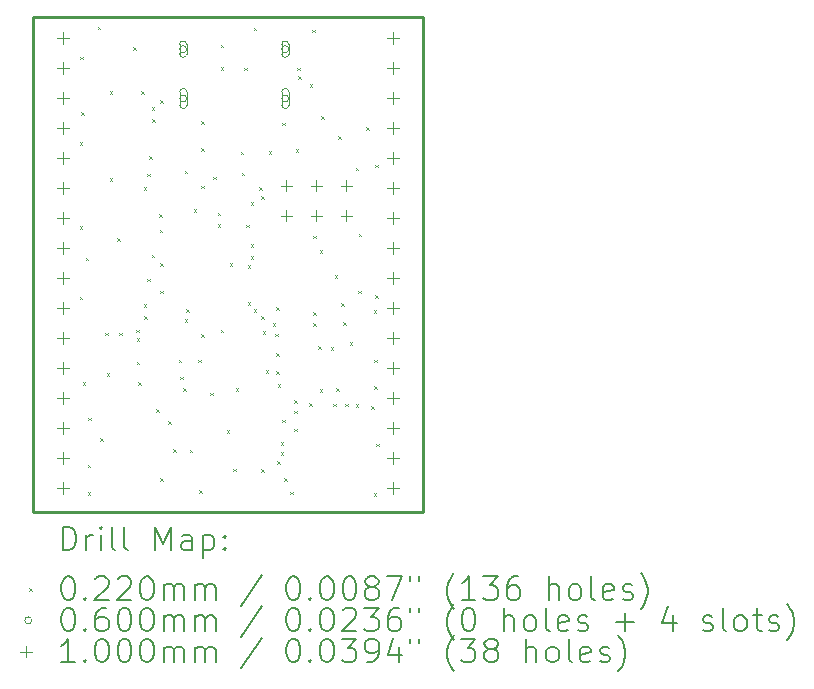
<source format=gbr>
%TF.GenerationSoftware,KiCad,Pcbnew,9.0.4*%
%TF.CreationDate,2025-09-11T17:12:07+01:00*%
%TF.ProjectId,OE PyBoard,4f452050-7942-46f6-9172-642e6b696361,rev?*%
%TF.SameCoordinates,Original*%
%TF.FileFunction,Drillmap*%
%TF.FilePolarity,Positive*%
%FSLAX45Y45*%
G04 Gerber Fmt 4.5, Leading zero omitted, Abs format (unit mm)*
G04 Created by KiCad (PCBNEW 9.0.4) date 2025-09-11 17:12:07*
%MOMM*%
%LPD*%
G01*
G04 APERTURE LIST*
%ADD10C,0.230000*%
%ADD11C,0.200000*%
%ADD12C,0.100000*%
G04 APERTURE END LIST*
D10*
X12573000Y-9423200D02*
X15875000Y-9423200D01*
X15875000Y-13614200D01*
X12573000Y-13614200D01*
X12573000Y-9423200D01*
D11*
D12*
X12968400Y-10479200D02*
X12990400Y-10501200D01*
X12990400Y-10479200D02*
X12968400Y-10501200D01*
X12968400Y-11190400D02*
X12990400Y-11212400D01*
X12990400Y-11190400D02*
X12968400Y-11212400D01*
X12968400Y-11787300D02*
X12990400Y-11809300D01*
X12990400Y-11787300D02*
X12968400Y-11809300D01*
X12973480Y-9757840D02*
X12995480Y-9779840D01*
X12995480Y-9757840D02*
X12973480Y-9779840D01*
X12981100Y-10225200D02*
X13003100Y-10247200D01*
X13003100Y-10225200D02*
X12981100Y-10247200D01*
X12993800Y-12514000D02*
X13015800Y-12536000D01*
X13015800Y-12514000D02*
X12993800Y-12536000D01*
X13019200Y-11457100D02*
X13041200Y-11479100D01*
X13041200Y-11457100D02*
X13019200Y-11479100D01*
X13034440Y-13212240D02*
X13056440Y-13234240D01*
X13056440Y-13212240D02*
X13034440Y-13234240D01*
X13034440Y-13445920D02*
X13056440Y-13467920D01*
X13056440Y-13445920D02*
X13034440Y-13467920D01*
X13039000Y-12814000D02*
X13061000Y-12836000D01*
X13061000Y-12814000D02*
X13039000Y-12836000D01*
X13120800Y-9501300D02*
X13142800Y-9523300D01*
X13142800Y-9501300D02*
X13120800Y-9523300D01*
X13139000Y-12989000D02*
X13161000Y-13011000D01*
X13161000Y-12989000D02*
X13139000Y-13011000D01*
X13185051Y-12095297D02*
X13207051Y-12117297D01*
X13207051Y-12095297D02*
X13185051Y-12117297D01*
X13195955Y-12434800D02*
X13217955Y-12456800D01*
X13217955Y-12434800D02*
X13195955Y-12456800D01*
X13222400Y-10047400D02*
X13244400Y-10069400D01*
X13244400Y-10047400D02*
X13222400Y-10069400D01*
X13222400Y-10784000D02*
X13244400Y-10806000D01*
X13244400Y-10784000D02*
X13222400Y-10806000D01*
X13285900Y-11292000D02*
X13307900Y-11314000D01*
X13307900Y-11292000D02*
X13285900Y-11314000D01*
X13302943Y-12095157D02*
X13324943Y-12117157D01*
X13324943Y-12095157D02*
X13302943Y-12117157D01*
X13420520Y-9676560D02*
X13442520Y-9698560D01*
X13442520Y-9676560D02*
X13420520Y-9698560D01*
X13446000Y-12067867D02*
X13468000Y-12089867D01*
X13468000Y-12067867D02*
X13446000Y-12089867D01*
X13451000Y-12142700D02*
X13473000Y-12164700D01*
X13473000Y-12142700D02*
X13451000Y-12164700D01*
X13451000Y-12339700D02*
X13473000Y-12361700D01*
X13473000Y-12339700D02*
X13451000Y-12361700D01*
X13463700Y-12511200D02*
X13485700Y-12533200D01*
X13485700Y-12511200D02*
X13463700Y-12533200D01*
X13489100Y-10047400D02*
X13511100Y-10069400D01*
X13511100Y-10047400D02*
X13489100Y-10069400D01*
X13508983Y-10860200D02*
X13530983Y-10882200D01*
X13530983Y-10860200D02*
X13508983Y-10882200D01*
X13508983Y-11850600D02*
X13530983Y-11872600D01*
X13530983Y-11850600D02*
X13508983Y-11872600D01*
X13514500Y-11952400D02*
X13536500Y-11974400D01*
X13536500Y-11952400D02*
X13514500Y-11974400D01*
X13539900Y-10745900D02*
X13561900Y-10767900D01*
X13561900Y-10745900D02*
X13539900Y-10767900D01*
X13539900Y-11634900D02*
X13561900Y-11656900D01*
X13561900Y-11634900D02*
X13539900Y-11656900D01*
X13556800Y-10597500D02*
X13578800Y-10619500D01*
X13578800Y-10597500D02*
X13556800Y-10619500D01*
X13578000Y-10183911D02*
X13600000Y-10205911D01*
X13600000Y-10183911D02*
X13578000Y-10205911D01*
X13578000Y-11431700D02*
X13600000Y-11453700D01*
X13600000Y-11431700D02*
X13578000Y-11453700D01*
X13582980Y-10287007D02*
X13604980Y-10309007D01*
X13604980Y-10287007D02*
X13582980Y-10309007D01*
X13616100Y-12739600D02*
X13638100Y-12761600D01*
X13638100Y-12739600D02*
X13616100Y-12761600D01*
X13639000Y-11089000D02*
X13661000Y-11111000D01*
X13661000Y-11089000D02*
X13639000Y-11111000D01*
X13643872Y-11220272D02*
X13665872Y-11242272D01*
X13665872Y-11220272D02*
X13643872Y-11242272D01*
X13647850Y-11507700D02*
X13669850Y-11529700D01*
X13669850Y-11507700D02*
X13647850Y-11529700D01*
X13647850Y-11736500D02*
X13669850Y-11758500D01*
X13669850Y-11736500D02*
X13647850Y-11758500D01*
X13648302Y-10125411D02*
X13670302Y-10147411D01*
X13670302Y-10125411D02*
X13648302Y-10147411D01*
X13649120Y-13323800D02*
X13671120Y-13345800D01*
X13671120Y-13323800D02*
X13649120Y-13345800D01*
X13717700Y-12841200D02*
X13739700Y-12863200D01*
X13739700Y-12841200D02*
X13717700Y-12863200D01*
X13760880Y-13080160D02*
X13782880Y-13102160D01*
X13782880Y-13080160D02*
X13760880Y-13102160D01*
X13806600Y-12320700D02*
X13828600Y-12342700D01*
X13828600Y-12320700D02*
X13806600Y-12342700D01*
X13816760Y-12467802D02*
X13838760Y-12489802D01*
X13838760Y-12467802D02*
X13816760Y-12489802D01*
X13844700Y-12562000D02*
X13866700Y-12584000D01*
X13866700Y-12562000D02*
X13844700Y-12584000D01*
X13857400Y-10720500D02*
X13879400Y-10742500D01*
X13879400Y-10720500D02*
X13857400Y-10742500D01*
X13857400Y-11977800D02*
X13879400Y-11999800D01*
X13879400Y-11977800D02*
X13857400Y-11999800D01*
X13867000Y-11893900D02*
X13889000Y-11915900D01*
X13889000Y-11893900D02*
X13867000Y-11915900D01*
X13896780Y-13083066D02*
X13918780Y-13105066D01*
X13918780Y-13083066D02*
X13896780Y-13105066D01*
X13932000Y-11046080D02*
X13954000Y-11068080D01*
X13954000Y-11046080D02*
X13932000Y-11068080D01*
X13971700Y-12320700D02*
X13993700Y-12342700D01*
X13993700Y-12320700D02*
X13971700Y-12342700D01*
X13979320Y-13425600D02*
X14001320Y-13447600D01*
X14001320Y-13425600D02*
X13979320Y-13447600D01*
X13997100Y-10301400D02*
X14019100Y-10323400D01*
X14019100Y-10301400D02*
X13997100Y-10323400D01*
X13997100Y-10530000D02*
X14019100Y-10552000D01*
X14019100Y-10530000D02*
X13997100Y-10552000D01*
X13997100Y-10847500D02*
X14019100Y-10869500D01*
X14019100Y-10847500D02*
X13997100Y-10869500D01*
X13997100Y-12104800D02*
X14019100Y-12126800D01*
X14019100Y-12104800D02*
X13997100Y-12126800D01*
X14073300Y-12600100D02*
X14095300Y-12622100D01*
X14095300Y-12600100D02*
X14073300Y-12622100D01*
X14098700Y-10771300D02*
X14120700Y-10793300D01*
X14120700Y-10771300D02*
X14098700Y-10793300D01*
X14136800Y-11076100D02*
X14158800Y-11098100D01*
X14158800Y-11076100D02*
X14136800Y-11098100D01*
X14136800Y-11177500D02*
X14158800Y-11199500D01*
X14158800Y-11177500D02*
X14136800Y-11199500D01*
X14162200Y-9653700D02*
X14184200Y-9675700D01*
X14184200Y-9653700D02*
X14162200Y-9675700D01*
X14162200Y-9844200D02*
X14184200Y-9866200D01*
X14184200Y-9844200D02*
X14162200Y-9866200D01*
X14162200Y-12066700D02*
X14184200Y-12088700D01*
X14184200Y-12066700D02*
X14162200Y-12088700D01*
X14213000Y-12917400D02*
X14235000Y-12939400D01*
X14235000Y-12917400D02*
X14213000Y-12939400D01*
X14238400Y-11507700D02*
X14260400Y-11529700D01*
X14260400Y-11507700D02*
X14238400Y-11529700D01*
X14268880Y-13244978D02*
X14290880Y-13266978D01*
X14290880Y-13244978D02*
X14268880Y-13266978D01*
X14289200Y-12562000D02*
X14311200Y-12584000D01*
X14311200Y-12562000D02*
X14289200Y-12584000D01*
X14329840Y-10560480D02*
X14351840Y-10582480D01*
X14351840Y-10560480D02*
X14329840Y-10582480D01*
X14338945Y-10739000D02*
X14360945Y-10761000D01*
X14360945Y-10739000D02*
X14338945Y-10761000D01*
X14360320Y-9849280D02*
X14382320Y-9871280D01*
X14382320Y-9849280D02*
X14360320Y-9871280D01*
X14378100Y-11177700D02*
X14400100Y-11199700D01*
X14400100Y-11177700D02*
X14378100Y-11199700D01*
X14390800Y-11520400D02*
X14412800Y-11542400D01*
X14412800Y-11520400D02*
X14390800Y-11542400D01*
X14390800Y-11837900D02*
X14412800Y-11859900D01*
X14412800Y-11837900D02*
X14390800Y-11859900D01*
X14416200Y-10987000D02*
X14438200Y-11009000D01*
X14438200Y-10987000D02*
X14416200Y-11009000D01*
X14416200Y-11342600D02*
X14438200Y-11364600D01*
X14438200Y-11342600D02*
X14416200Y-11364600D01*
X14416200Y-11444200D02*
X14438200Y-11466200D01*
X14438200Y-11444200D02*
X14416200Y-11466200D01*
X14440058Y-9512545D02*
X14462058Y-9534545D01*
X14462058Y-9512545D02*
X14440058Y-9534545D01*
X14441962Y-11893900D02*
X14463962Y-11915900D01*
X14463962Y-11893900D02*
X14441962Y-11915900D01*
X14486464Y-10860038D02*
X14508464Y-10882038D01*
X14508464Y-10860038D02*
X14486464Y-10882038D01*
X14505100Y-10936400D02*
X14527100Y-10958400D01*
X14527100Y-10936400D02*
X14505100Y-10958400D01*
X14505100Y-11952400D02*
X14527100Y-11974400D01*
X14527100Y-11952400D02*
X14505100Y-11974400D01*
X14505100Y-13247800D02*
X14527100Y-13269800D01*
X14527100Y-13247800D02*
X14505100Y-13269800D01*
X14517800Y-12079400D02*
X14539800Y-12101400D01*
X14539800Y-12079400D02*
X14517800Y-12101400D01*
X14543200Y-12409600D02*
X14565200Y-12431600D01*
X14565200Y-12409600D02*
X14543200Y-12431600D01*
X14568600Y-10555400D02*
X14590600Y-10577400D01*
X14590600Y-10555400D02*
X14568600Y-10577400D01*
X14601500Y-12015700D02*
X14623500Y-12037700D01*
X14623500Y-12015700D02*
X14601500Y-12037700D01*
X14622575Y-12101425D02*
X14644575Y-12123425D01*
X14644575Y-12101425D02*
X14622575Y-12123425D01*
X14632100Y-11876200D02*
X14654100Y-11898200D01*
X14654100Y-11876200D02*
X14632100Y-11898200D01*
X14632100Y-12269700D02*
X14654100Y-12291700D01*
X14654100Y-12269700D02*
X14632100Y-12291700D01*
X14632100Y-12422100D02*
X14654100Y-12444100D01*
X14654100Y-12422100D02*
X14632100Y-12444100D01*
X14639948Y-13179248D02*
X14661948Y-13201248D01*
X14661948Y-13179248D02*
X14639948Y-13201248D01*
X14644800Y-12531453D02*
X14666800Y-12553453D01*
X14666800Y-12531453D02*
X14644800Y-12553453D01*
X14670200Y-13019000D02*
X14692200Y-13041000D01*
X14692200Y-13019000D02*
X14670200Y-13041000D01*
X14670200Y-13107900D02*
X14692200Y-13129900D01*
X14692200Y-13107900D02*
X14670200Y-13129900D01*
X14682900Y-10314100D02*
X14704900Y-10336100D01*
X14704900Y-10314100D02*
X14682900Y-10336100D01*
X14682900Y-12828700D02*
X14704900Y-12850700D01*
X14704900Y-12828700D02*
X14682900Y-12850700D01*
X14696900Y-13325100D02*
X14718900Y-13347100D01*
X14718900Y-13325100D02*
X14696900Y-13347100D01*
X14751480Y-13440840D02*
X14773480Y-13462840D01*
X14773480Y-13440840D02*
X14751480Y-13462840D01*
X14784500Y-12663600D02*
X14806500Y-12685600D01*
X14806500Y-12663600D02*
X14784500Y-12685600D01*
X14784500Y-12752500D02*
X14806500Y-12774500D01*
X14806500Y-12752500D02*
X14784500Y-12774500D01*
X14784500Y-12904900D02*
X14806500Y-12926900D01*
X14806500Y-12904900D02*
X14784500Y-12926900D01*
X14797200Y-10539900D02*
X14819200Y-10561900D01*
X14819200Y-10539900D02*
X14797200Y-10561900D01*
X14810974Y-9850549D02*
X14832974Y-9872549D01*
X14832974Y-9850549D02*
X14810974Y-9872549D01*
X14819307Y-9922404D02*
X14841307Y-9944404D01*
X14841307Y-9922404D02*
X14819307Y-9944404D01*
X14911500Y-12689000D02*
X14933500Y-12711000D01*
X14933500Y-12689000D02*
X14911500Y-12711000D01*
X14914000Y-9989000D02*
X14936000Y-10011000D01*
X14936000Y-9989000D02*
X14914000Y-10011000D01*
X14934360Y-9529240D02*
X14956360Y-9551240D01*
X14956360Y-9529240D02*
X14934360Y-9551240D01*
X14941788Y-12011872D02*
X14963788Y-12033872D01*
X14963788Y-12011872D02*
X14941788Y-12033872D01*
X14944323Y-11272999D02*
X14966323Y-11294999D01*
X14966323Y-11272999D02*
X14944323Y-11294999D01*
X14945996Y-11921049D02*
X14967996Y-11943049D01*
X14967996Y-11921049D02*
X14945996Y-11943049D01*
X14987700Y-12206400D02*
X15009700Y-12228400D01*
X15009700Y-12206400D02*
X14987700Y-12228400D01*
X15000400Y-11393600D02*
X15022400Y-11415600D01*
X15022400Y-11393600D02*
X15000400Y-11415600D01*
X15000400Y-12574500D02*
X15022400Y-12596500D01*
X15022400Y-12574500D02*
X15000400Y-12596500D01*
X15010560Y-10260760D02*
X15032560Y-10282760D01*
X15032560Y-10260760D02*
X15010560Y-10282760D01*
X15091868Y-12215353D02*
X15113868Y-12237353D01*
X15113868Y-12215353D02*
X15091868Y-12237353D01*
X15114000Y-12696500D02*
X15136000Y-12718500D01*
X15136000Y-12696500D02*
X15114000Y-12718500D01*
X15127400Y-11606960D02*
X15149400Y-11628960D01*
X15149400Y-11606960D02*
X15127400Y-11628960D01*
X15140100Y-12562000D02*
X15162100Y-12584000D01*
X15162100Y-12562000D02*
X15140100Y-12584000D01*
X15153791Y-10431194D02*
X15175791Y-10453194D01*
X15175791Y-10431194D02*
X15153791Y-10453194D01*
X15183399Y-11843720D02*
X15205399Y-11865720D01*
X15205399Y-11843720D02*
X15183399Y-11865720D01*
X15198600Y-12003200D02*
X15220600Y-12025200D01*
X15220600Y-12003200D02*
X15198600Y-12025200D01*
X15216300Y-12696500D02*
X15238300Y-12718500D01*
X15238300Y-12696500D02*
X15216300Y-12718500D01*
X15253400Y-12175976D02*
X15275400Y-12197976D01*
X15275400Y-12175976D02*
X15253400Y-12197976D01*
X15303250Y-12699750D02*
X15325250Y-12721750D01*
X15325250Y-12699750D02*
X15303250Y-12721750D01*
X15305200Y-10695100D02*
X15327200Y-10717100D01*
X15327200Y-10695100D02*
X15305200Y-10717100D01*
X15324400Y-11739040D02*
X15346400Y-11761040D01*
X15346400Y-11739040D02*
X15324400Y-11761040D01*
X15330600Y-11253900D02*
X15352600Y-11275900D01*
X15352600Y-11253900D02*
X15330600Y-11275900D01*
X15391560Y-10352200D02*
X15413560Y-10374200D01*
X15413560Y-10352200D02*
X15391560Y-10374200D01*
X15437280Y-12714400D02*
X15459280Y-12736400D01*
X15459280Y-12714400D02*
X15437280Y-12736400D01*
X15457600Y-11901600D02*
X15479600Y-11923600D01*
X15479600Y-11901600D02*
X15457600Y-11923600D01*
X15457600Y-13451000D02*
X15479600Y-13473000D01*
X15479600Y-13451000D02*
X15457600Y-13473000D01*
X15462680Y-12323240D02*
X15484680Y-12345240D01*
X15484680Y-12323240D02*
X15462680Y-12345240D01*
X15462680Y-12546760D02*
X15484680Y-12568760D01*
X15484680Y-12546760D02*
X15462680Y-12568760D01*
X15469956Y-10669700D02*
X15491956Y-10691700D01*
X15491956Y-10669700D02*
X15469956Y-10691700D01*
X15470300Y-11774600D02*
X15492300Y-11796600D01*
X15492300Y-11774600D02*
X15470300Y-11796600D01*
X15477920Y-13034440D02*
X15499920Y-13056440D01*
X15499920Y-13034440D02*
X15477920Y-13056440D01*
X13872800Y-9693100D02*
G75*
G02*
X13812800Y-9693100I-30000J0D01*
G01*
X13812800Y-9693100D02*
G75*
G02*
X13872800Y-9693100I30000J0D01*
G01*
X13872800Y-9733100D02*
X13872800Y-9653100D01*
X13812800Y-9653100D02*
G75*
G02*
X13872800Y-9653100I30000J0D01*
G01*
X13812800Y-9653100D02*
X13812800Y-9733100D01*
X13812800Y-9733100D02*
G75*
G03*
X13872800Y-9733100I30000J0D01*
G01*
X13872800Y-10111100D02*
G75*
G02*
X13812800Y-10111100I-30000J0D01*
G01*
X13812800Y-10111100D02*
G75*
G02*
X13872800Y-10111100I30000J0D01*
G01*
X13872800Y-10166100D02*
X13872800Y-10056100D01*
X13812800Y-10056100D02*
G75*
G02*
X13872800Y-10056100I30000J0D01*
G01*
X13812800Y-10056100D02*
X13812800Y-10166100D01*
X13812800Y-10166100D02*
G75*
G03*
X13872800Y-10166100I30000J0D01*
G01*
X14736800Y-9693100D02*
G75*
G02*
X14676800Y-9693100I-30000J0D01*
G01*
X14676800Y-9693100D02*
G75*
G02*
X14736800Y-9693100I30000J0D01*
G01*
X14736800Y-9733100D02*
X14736800Y-9653100D01*
X14676800Y-9653100D02*
G75*
G02*
X14736800Y-9653100I30000J0D01*
G01*
X14676800Y-9653100D02*
X14676800Y-9733100D01*
X14676800Y-9733100D02*
G75*
G03*
X14736800Y-9733100I30000J0D01*
G01*
X14736800Y-10111100D02*
G75*
G02*
X14676800Y-10111100I-30000J0D01*
G01*
X14676800Y-10111100D02*
G75*
G02*
X14736800Y-10111100I30000J0D01*
G01*
X14736800Y-10166100D02*
X14736800Y-10056100D01*
X14676800Y-10056100D02*
G75*
G02*
X14736800Y-10056100I30000J0D01*
G01*
X14676800Y-10056100D02*
X14676800Y-10166100D01*
X14676800Y-10166100D02*
G75*
G03*
X14736800Y-10166100I30000J0D01*
G01*
X12827000Y-9551200D02*
X12827000Y-9651200D01*
X12777000Y-9601200D02*
X12877000Y-9601200D01*
X12827000Y-9805200D02*
X12827000Y-9905200D01*
X12777000Y-9855200D02*
X12877000Y-9855200D01*
X12827000Y-10059200D02*
X12827000Y-10159200D01*
X12777000Y-10109200D02*
X12877000Y-10109200D01*
X12827000Y-10313200D02*
X12827000Y-10413200D01*
X12777000Y-10363200D02*
X12877000Y-10363200D01*
X12827000Y-10567200D02*
X12827000Y-10667200D01*
X12777000Y-10617200D02*
X12877000Y-10617200D01*
X12827000Y-10821200D02*
X12827000Y-10921200D01*
X12777000Y-10871200D02*
X12877000Y-10871200D01*
X12827000Y-11075200D02*
X12827000Y-11175200D01*
X12777000Y-11125200D02*
X12877000Y-11125200D01*
X12827000Y-11329200D02*
X12827000Y-11429200D01*
X12777000Y-11379200D02*
X12877000Y-11379200D01*
X12827000Y-11583200D02*
X12827000Y-11683200D01*
X12777000Y-11633200D02*
X12877000Y-11633200D01*
X12827000Y-11837200D02*
X12827000Y-11937200D01*
X12777000Y-11887200D02*
X12877000Y-11887200D01*
X12827000Y-12091200D02*
X12827000Y-12191200D01*
X12777000Y-12141200D02*
X12877000Y-12141200D01*
X12827000Y-12345200D02*
X12827000Y-12445200D01*
X12777000Y-12395200D02*
X12877000Y-12395200D01*
X12827000Y-12599200D02*
X12827000Y-12699200D01*
X12777000Y-12649200D02*
X12877000Y-12649200D01*
X12827000Y-12853200D02*
X12827000Y-12953200D01*
X12777000Y-12903200D02*
X12877000Y-12903200D01*
X12827000Y-13107200D02*
X12827000Y-13207200D01*
X12777000Y-13157200D02*
X12877000Y-13157200D01*
X12827000Y-13361200D02*
X12827000Y-13461200D01*
X12777000Y-13411200D02*
X12877000Y-13411200D01*
X14717800Y-10797800D02*
X14717800Y-10897800D01*
X14667800Y-10847800D02*
X14767800Y-10847800D01*
X14717800Y-11051800D02*
X14717800Y-11151800D01*
X14667800Y-11101800D02*
X14767800Y-11101800D01*
X14971800Y-10797800D02*
X14971800Y-10897800D01*
X14921800Y-10847800D02*
X15021800Y-10847800D01*
X14971800Y-11051800D02*
X14971800Y-11151800D01*
X14921800Y-11101800D02*
X15021800Y-11101800D01*
X15225800Y-10797800D02*
X15225800Y-10897800D01*
X15175800Y-10847800D02*
X15275800Y-10847800D01*
X15225800Y-11051800D02*
X15225800Y-11151800D01*
X15175800Y-11101800D02*
X15275800Y-11101800D01*
X15621000Y-9551200D02*
X15621000Y-9651200D01*
X15571000Y-9601200D02*
X15671000Y-9601200D01*
X15621000Y-9805200D02*
X15621000Y-9905200D01*
X15571000Y-9855200D02*
X15671000Y-9855200D01*
X15621000Y-10059200D02*
X15621000Y-10159200D01*
X15571000Y-10109200D02*
X15671000Y-10109200D01*
X15621000Y-10313200D02*
X15621000Y-10413200D01*
X15571000Y-10363200D02*
X15671000Y-10363200D01*
X15621000Y-10567200D02*
X15621000Y-10667200D01*
X15571000Y-10617200D02*
X15671000Y-10617200D01*
X15621000Y-10821200D02*
X15621000Y-10921200D01*
X15571000Y-10871200D02*
X15671000Y-10871200D01*
X15621000Y-11075200D02*
X15621000Y-11175200D01*
X15571000Y-11125200D02*
X15671000Y-11125200D01*
X15621000Y-11329200D02*
X15621000Y-11429200D01*
X15571000Y-11379200D02*
X15671000Y-11379200D01*
X15621000Y-11583200D02*
X15621000Y-11683200D01*
X15571000Y-11633200D02*
X15671000Y-11633200D01*
X15621000Y-11837200D02*
X15621000Y-11937200D01*
X15571000Y-11887200D02*
X15671000Y-11887200D01*
X15621000Y-12091200D02*
X15621000Y-12191200D01*
X15571000Y-12141200D02*
X15671000Y-12141200D01*
X15621000Y-12345200D02*
X15621000Y-12445200D01*
X15571000Y-12395200D02*
X15671000Y-12395200D01*
X15621000Y-12599200D02*
X15621000Y-12699200D01*
X15571000Y-12649200D02*
X15671000Y-12649200D01*
X15621000Y-12853200D02*
X15621000Y-12953200D01*
X15571000Y-12903200D02*
X15671000Y-12903200D01*
X15621000Y-13107200D02*
X15621000Y-13207200D01*
X15571000Y-13157200D02*
X15671000Y-13157200D01*
X15621000Y-13361200D02*
X15621000Y-13461200D01*
X15571000Y-13411200D02*
X15671000Y-13411200D01*
D11*
X12822277Y-13937184D02*
X12822277Y-13737184D01*
X12822277Y-13737184D02*
X12869896Y-13737184D01*
X12869896Y-13737184D02*
X12898467Y-13746708D01*
X12898467Y-13746708D02*
X12917515Y-13765755D01*
X12917515Y-13765755D02*
X12927039Y-13784803D01*
X12927039Y-13784803D02*
X12936562Y-13822898D01*
X12936562Y-13822898D02*
X12936562Y-13851469D01*
X12936562Y-13851469D02*
X12927039Y-13889565D01*
X12927039Y-13889565D02*
X12917515Y-13908612D01*
X12917515Y-13908612D02*
X12898467Y-13927660D01*
X12898467Y-13927660D02*
X12869896Y-13937184D01*
X12869896Y-13937184D02*
X12822277Y-13937184D01*
X13022277Y-13937184D02*
X13022277Y-13803850D01*
X13022277Y-13841946D02*
X13031801Y-13822898D01*
X13031801Y-13822898D02*
X13041324Y-13813374D01*
X13041324Y-13813374D02*
X13060372Y-13803850D01*
X13060372Y-13803850D02*
X13079420Y-13803850D01*
X13146086Y-13937184D02*
X13146086Y-13803850D01*
X13146086Y-13737184D02*
X13136562Y-13746708D01*
X13136562Y-13746708D02*
X13146086Y-13756231D01*
X13146086Y-13756231D02*
X13155610Y-13746708D01*
X13155610Y-13746708D02*
X13146086Y-13737184D01*
X13146086Y-13737184D02*
X13146086Y-13756231D01*
X13269896Y-13937184D02*
X13250848Y-13927660D01*
X13250848Y-13927660D02*
X13241324Y-13908612D01*
X13241324Y-13908612D02*
X13241324Y-13737184D01*
X13374658Y-13937184D02*
X13355610Y-13927660D01*
X13355610Y-13927660D02*
X13346086Y-13908612D01*
X13346086Y-13908612D02*
X13346086Y-13737184D01*
X13603229Y-13937184D02*
X13603229Y-13737184D01*
X13603229Y-13737184D02*
X13669896Y-13880041D01*
X13669896Y-13880041D02*
X13736562Y-13737184D01*
X13736562Y-13737184D02*
X13736562Y-13937184D01*
X13917515Y-13937184D02*
X13917515Y-13832422D01*
X13917515Y-13832422D02*
X13907991Y-13813374D01*
X13907991Y-13813374D02*
X13888943Y-13803850D01*
X13888943Y-13803850D02*
X13850848Y-13803850D01*
X13850848Y-13803850D02*
X13831801Y-13813374D01*
X13917515Y-13927660D02*
X13898467Y-13937184D01*
X13898467Y-13937184D02*
X13850848Y-13937184D01*
X13850848Y-13937184D02*
X13831801Y-13927660D01*
X13831801Y-13927660D02*
X13822277Y-13908612D01*
X13822277Y-13908612D02*
X13822277Y-13889565D01*
X13822277Y-13889565D02*
X13831801Y-13870517D01*
X13831801Y-13870517D02*
X13850848Y-13860993D01*
X13850848Y-13860993D02*
X13898467Y-13860993D01*
X13898467Y-13860993D02*
X13917515Y-13851469D01*
X14012753Y-13803850D02*
X14012753Y-14003850D01*
X14012753Y-13813374D02*
X14031801Y-13803850D01*
X14031801Y-13803850D02*
X14069896Y-13803850D01*
X14069896Y-13803850D02*
X14088943Y-13813374D01*
X14088943Y-13813374D02*
X14098467Y-13822898D01*
X14098467Y-13822898D02*
X14107991Y-13841946D01*
X14107991Y-13841946D02*
X14107991Y-13899088D01*
X14107991Y-13899088D02*
X14098467Y-13918136D01*
X14098467Y-13918136D02*
X14088943Y-13927660D01*
X14088943Y-13927660D02*
X14069896Y-13937184D01*
X14069896Y-13937184D02*
X14031801Y-13937184D01*
X14031801Y-13937184D02*
X14012753Y-13927660D01*
X14193705Y-13918136D02*
X14203229Y-13927660D01*
X14203229Y-13927660D02*
X14193705Y-13937184D01*
X14193705Y-13937184D02*
X14184182Y-13927660D01*
X14184182Y-13927660D02*
X14193705Y-13918136D01*
X14193705Y-13918136D02*
X14193705Y-13937184D01*
X14193705Y-13813374D02*
X14203229Y-13822898D01*
X14203229Y-13822898D02*
X14193705Y-13832422D01*
X14193705Y-13832422D02*
X14184182Y-13822898D01*
X14184182Y-13822898D02*
X14193705Y-13813374D01*
X14193705Y-13813374D02*
X14193705Y-13832422D01*
D12*
X12539500Y-14254700D02*
X12561500Y-14276700D01*
X12561500Y-14254700D02*
X12539500Y-14276700D01*
D11*
X12860372Y-14157184D02*
X12879420Y-14157184D01*
X12879420Y-14157184D02*
X12898467Y-14166708D01*
X12898467Y-14166708D02*
X12907991Y-14176231D01*
X12907991Y-14176231D02*
X12917515Y-14195279D01*
X12917515Y-14195279D02*
X12927039Y-14233374D01*
X12927039Y-14233374D02*
X12927039Y-14280993D01*
X12927039Y-14280993D02*
X12917515Y-14319088D01*
X12917515Y-14319088D02*
X12907991Y-14338136D01*
X12907991Y-14338136D02*
X12898467Y-14347660D01*
X12898467Y-14347660D02*
X12879420Y-14357184D01*
X12879420Y-14357184D02*
X12860372Y-14357184D01*
X12860372Y-14357184D02*
X12841324Y-14347660D01*
X12841324Y-14347660D02*
X12831801Y-14338136D01*
X12831801Y-14338136D02*
X12822277Y-14319088D01*
X12822277Y-14319088D02*
X12812753Y-14280993D01*
X12812753Y-14280993D02*
X12812753Y-14233374D01*
X12812753Y-14233374D02*
X12822277Y-14195279D01*
X12822277Y-14195279D02*
X12831801Y-14176231D01*
X12831801Y-14176231D02*
X12841324Y-14166708D01*
X12841324Y-14166708D02*
X12860372Y-14157184D01*
X13012753Y-14338136D02*
X13022277Y-14347660D01*
X13022277Y-14347660D02*
X13012753Y-14357184D01*
X13012753Y-14357184D02*
X13003229Y-14347660D01*
X13003229Y-14347660D02*
X13012753Y-14338136D01*
X13012753Y-14338136D02*
X13012753Y-14357184D01*
X13098467Y-14176231D02*
X13107991Y-14166708D01*
X13107991Y-14166708D02*
X13127039Y-14157184D01*
X13127039Y-14157184D02*
X13174658Y-14157184D01*
X13174658Y-14157184D02*
X13193705Y-14166708D01*
X13193705Y-14166708D02*
X13203229Y-14176231D01*
X13203229Y-14176231D02*
X13212753Y-14195279D01*
X13212753Y-14195279D02*
X13212753Y-14214327D01*
X13212753Y-14214327D02*
X13203229Y-14242898D01*
X13203229Y-14242898D02*
X13088943Y-14357184D01*
X13088943Y-14357184D02*
X13212753Y-14357184D01*
X13288943Y-14176231D02*
X13298467Y-14166708D01*
X13298467Y-14166708D02*
X13317515Y-14157184D01*
X13317515Y-14157184D02*
X13365134Y-14157184D01*
X13365134Y-14157184D02*
X13384182Y-14166708D01*
X13384182Y-14166708D02*
X13393705Y-14176231D01*
X13393705Y-14176231D02*
X13403229Y-14195279D01*
X13403229Y-14195279D02*
X13403229Y-14214327D01*
X13403229Y-14214327D02*
X13393705Y-14242898D01*
X13393705Y-14242898D02*
X13279420Y-14357184D01*
X13279420Y-14357184D02*
X13403229Y-14357184D01*
X13527039Y-14157184D02*
X13546086Y-14157184D01*
X13546086Y-14157184D02*
X13565134Y-14166708D01*
X13565134Y-14166708D02*
X13574658Y-14176231D01*
X13574658Y-14176231D02*
X13584182Y-14195279D01*
X13584182Y-14195279D02*
X13593705Y-14233374D01*
X13593705Y-14233374D02*
X13593705Y-14280993D01*
X13593705Y-14280993D02*
X13584182Y-14319088D01*
X13584182Y-14319088D02*
X13574658Y-14338136D01*
X13574658Y-14338136D02*
X13565134Y-14347660D01*
X13565134Y-14347660D02*
X13546086Y-14357184D01*
X13546086Y-14357184D02*
X13527039Y-14357184D01*
X13527039Y-14357184D02*
X13507991Y-14347660D01*
X13507991Y-14347660D02*
X13498467Y-14338136D01*
X13498467Y-14338136D02*
X13488943Y-14319088D01*
X13488943Y-14319088D02*
X13479420Y-14280993D01*
X13479420Y-14280993D02*
X13479420Y-14233374D01*
X13479420Y-14233374D02*
X13488943Y-14195279D01*
X13488943Y-14195279D02*
X13498467Y-14176231D01*
X13498467Y-14176231D02*
X13507991Y-14166708D01*
X13507991Y-14166708D02*
X13527039Y-14157184D01*
X13679420Y-14357184D02*
X13679420Y-14223850D01*
X13679420Y-14242898D02*
X13688943Y-14233374D01*
X13688943Y-14233374D02*
X13707991Y-14223850D01*
X13707991Y-14223850D02*
X13736563Y-14223850D01*
X13736563Y-14223850D02*
X13755610Y-14233374D01*
X13755610Y-14233374D02*
X13765134Y-14252422D01*
X13765134Y-14252422D02*
X13765134Y-14357184D01*
X13765134Y-14252422D02*
X13774658Y-14233374D01*
X13774658Y-14233374D02*
X13793705Y-14223850D01*
X13793705Y-14223850D02*
X13822277Y-14223850D01*
X13822277Y-14223850D02*
X13841324Y-14233374D01*
X13841324Y-14233374D02*
X13850848Y-14252422D01*
X13850848Y-14252422D02*
X13850848Y-14357184D01*
X13946086Y-14357184D02*
X13946086Y-14223850D01*
X13946086Y-14242898D02*
X13955610Y-14233374D01*
X13955610Y-14233374D02*
X13974658Y-14223850D01*
X13974658Y-14223850D02*
X14003229Y-14223850D01*
X14003229Y-14223850D02*
X14022277Y-14233374D01*
X14022277Y-14233374D02*
X14031801Y-14252422D01*
X14031801Y-14252422D02*
X14031801Y-14357184D01*
X14031801Y-14252422D02*
X14041324Y-14233374D01*
X14041324Y-14233374D02*
X14060372Y-14223850D01*
X14060372Y-14223850D02*
X14088943Y-14223850D01*
X14088943Y-14223850D02*
X14107991Y-14233374D01*
X14107991Y-14233374D02*
X14117515Y-14252422D01*
X14117515Y-14252422D02*
X14117515Y-14357184D01*
X14507991Y-14147660D02*
X14336563Y-14404803D01*
X14765134Y-14157184D02*
X14784182Y-14157184D01*
X14784182Y-14157184D02*
X14803229Y-14166708D01*
X14803229Y-14166708D02*
X14812753Y-14176231D01*
X14812753Y-14176231D02*
X14822277Y-14195279D01*
X14822277Y-14195279D02*
X14831801Y-14233374D01*
X14831801Y-14233374D02*
X14831801Y-14280993D01*
X14831801Y-14280993D02*
X14822277Y-14319088D01*
X14822277Y-14319088D02*
X14812753Y-14338136D01*
X14812753Y-14338136D02*
X14803229Y-14347660D01*
X14803229Y-14347660D02*
X14784182Y-14357184D01*
X14784182Y-14357184D02*
X14765134Y-14357184D01*
X14765134Y-14357184D02*
X14746086Y-14347660D01*
X14746086Y-14347660D02*
X14736563Y-14338136D01*
X14736563Y-14338136D02*
X14727039Y-14319088D01*
X14727039Y-14319088D02*
X14717515Y-14280993D01*
X14717515Y-14280993D02*
X14717515Y-14233374D01*
X14717515Y-14233374D02*
X14727039Y-14195279D01*
X14727039Y-14195279D02*
X14736563Y-14176231D01*
X14736563Y-14176231D02*
X14746086Y-14166708D01*
X14746086Y-14166708D02*
X14765134Y-14157184D01*
X14917515Y-14338136D02*
X14927039Y-14347660D01*
X14927039Y-14347660D02*
X14917515Y-14357184D01*
X14917515Y-14357184D02*
X14907991Y-14347660D01*
X14907991Y-14347660D02*
X14917515Y-14338136D01*
X14917515Y-14338136D02*
X14917515Y-14357184D01*
X15050848Y-14157184D02*
X15069896Y-14157184D01*
X15069896Y-14157184D02*
X15088944Y-14166708D01*
X15088944Y-14166708D02*
X15098467Y-14176231D01*
X15098467Y-14176231D02*
X15107991Y-14195279D01*
X15107991Y-14195279D02*
X15117515Y-14233374D01*
X15117515Y-14233374D02*
X15117515Y-14280993D01*
X15117515Y-14280993D02*
X15107991Y-14319088D01*
X15107991Y-14319088D02*
X15098467Y-14338136D01*
X15098467Y-14338136D02*
X15088944Y-14347660D01*
X15088944Y-14347660D02*
X15069896Y-14357184D01*
X15069896Y-14357184D02*
X15050848Y-14357184D01*
X15050848Y-14357184D02*
X15031801Y-14347660D01*
X15031801Y-14347660D02*
X15022277Y-14338136D01*
X15022277Y-14338136D02*
X15012753Y-14319088D01*
X15012753Y-14319088D02*
X15003229Y-14280993D01*
X15003229Y-14280993D02*
X15003229Y-14233374D01*
X15003229Y-14233374D02*
X15012753Y-14195279D01*
X15012753Y-14195279D02*
X15022277Y-14176231D01*
X15022277Y-14176231D02*
X15031801Y-14166708D01*
X15031801Y-14166708D02*
X15050848Y-14157184D01*
X15241325Y-14157184D02*
X15260372Y-14157184D01*
X15260372Y-14157184D02*
X15279420Y-14166708D01*
X15279420Y-14166708D02*
X15288944Y-14176231D01*
X15288944Y-14176231D02*
X15298467Y-14195279D01*
X15298467Y-14195279D02*
X15307991Y-14233374D01*
X15307991Y-14233374D02*
X15307991Y-14280993D01*
X15307991Y-14280993D02*
X15298467Y-14319088D01*
X15298467Y-14319088D02*
X15288944Y-14338136D01*
X15288944Y-14338136D02*
X15279420Y-14347660D01*
X15279420Y-14347660D02*
X15260372Y-14357184D01*
X15260372Y-14357184D02*
X15241325Y-14357184D01*
X15241325Y-14357184D02*
X15222277Y-14347660D01*
X15222277Y-14347660D02*
X15212753Y-14338136D01*
X15212753Y-14338136D02*
X15203229Y-14319088D01*
X15203229Y-14319088D02*
X15193706Y-14280993D01*
X15193706Y-14280993D02*
X15193706Y-14233374D01*
X15193706Y-14233374D02*
X15203229Y-14195279D01*
X15203229Y-14195279D02*
X15212753Y-14176231D01*
X15212753Y-14176231D02*
X15222277Y-14166708D01*
X15222277Y-14166708D02*
X15241325Y-14157184D01*
X15422277Y-14242898D02*
X15403229Y-14233374D01*
X15403229Y-14233374D02*
X15393706Y-14223850D01*
X15393706Y-14223850D02*
X15384182Y-14204803D01*
X15384182Y-14204803D02*
X15384182Y-14195279D01*
X15384182Y-14195279D02*
X15393706Y-14176231D01*
X15393706Y-14176231D02*
X15403229Y-14166708D01*
X15403229Y-14166708D02*
X15422277Y-14157184D01*
X15422277Y-14157184D02*
X15460372Y-14157184D01*
X15460372Y-14157184D02*
X15479420Y-14166708D01*
X15479420Y-14166708D02*
X15488944Y-14176231D01*
X15488944Y-14176231D02*
X15498467Y-14195279D01*
X15498467Y-14195279D02*
X15498467Y-14204803D01*
X15498467Y-14204803D02*
X15488944Y-14223850D01*
X15488944Y-14223850D02*
X15479420Y-14233374D01*
X15479420Y-14233374D02*
X15460372Y-14242898D01*
X15460372Y-14242898D02*
X15422277Y-14242898D01*
X15422277Y-14242898D02*
X15403229Y-14252422D01*
X15403229Y-14252422D02*
X15393706Y-14261946D01*
X15393706Y-14261946D02*
X15384182Y-14280993D01*
X15384182Y-14280993D02*
X15384182Y-14319088D01*
X15384182Y-14319088D02*
X15393706Y-14338136D01*
X15393706Y-14338136D02*
X15403229Y-14347660D01*
X15403229Y-14347660D02*
X15422277Y-14357184D01*
X15422277Y-14357184D02*
X15460372Y-14357184D01*
X15460372Y-14357184D02*
X15479420Y-14347660D01*
X15479420Y-14347660D02*
X15488944Y-14338136D01*
X15488944Y-14338136D02*
X15498467Y-14319088D01*
X15498467Y-14319088D02*
X15498467Y-14280993D01*
X15498467Y-14280993D02*
X15488944Y-14261946D01*
X15488944Y-14261946D02*
X15479420Y-14252422D01*
X15479420Y-14252422D02*
X15460372Y-14242898D01*
X15565134Y-14157184D02*
X15698467Y-14157184D01*
X15698467Y-14157184D02*
X15612753Y-14357184D01*
X15765134Y-14157184D02*
X15765134Y-14195279D01*
X15841325Y-14157184D02*
X15841325Y-14195279D01*
X16136563Y-14433374D02*
X16127039Y-14423850D01*
X16127039Y-14423850D02*
X16107991Y-14395279D01*
X16107991Y-14395279D02*
X16098468Y-14376231D01*
X16098468Y-14376231D02*
X16088944Y-14347660D01*
X16088944Y-14347660D02*
X16079420Y-14300041D01*
X16079420Y-14300041D02*
X16079420Y-14261946D01*
X16079420Y-14261946D02*
X16088944Y-14214327D01*
X16088944Y-14214327D02*
X16098468Y-14185755D01*
X16098468Y-14185755D02*
X16107991Y-14166708D01*
X16107991Y-14166708D02*
X16127039Y-14138136D01*
X16127039Y-14138136D02*
X16136563Y-14128612D01*
X16317515Y-14357184D02*
X16203229Y-14357184D01*
X16260372Y-14357184D02*
X16260372Y-14157184D01*
X16260372Y-14157184D02*
X16241325Y-14185755D01*
X16241325Y-14185755D02*
X16222277Y-14204803D01*
X16222277Y-14204803D02*
X16203229Y-14214327D01*
X16384182Y-14157184D02*
X16507991Y-14157184D01*
X16507991Y-14157184D02*
X16441325Y-14233374D01*
X16441325Y-14233374D02*
X16469896Y-14233374D01*
X16469896Y-14233374D02*
X16488944Y-14242898D01*
X16488944Y-14242898D02*
X16498468Y-14252422D01*
X16498468Y-14252422D02*
X16507991Y-14271469D01*
X16507991Y-14271469D02*
X16507991Y-14319088D01*
X16507991Y-14319088D02*
X16498468Y-14338136D01*
X16498468Y-14338136D02*
X16488944Y-14347660D01*
X16488944Y-14347660D02*
X16469896Y-14357184D01*
X16469896Y-14357184D02*
X16412753Y-14357184D01*
X16412753Y-14357184D02*
X16393706Y-14347660D01*
X16393706Y-14347660D02*
X16384182Y-14338136D01*
X16679420Y-14157184D02*
X16641325Y-14157184D01*
X16641325Y-14157184D02*
X16622277Y-14166708D01*
X16622277Y-14166708D02*
X16612753Y-14176231D01*
X16612753Y-14176231D02*
X16593706Y-14204803D01*
X16593706Y-14204803D02*
X16584182Y-14242898D01*
X16584182Y-14242898D02*
X16584182Y-14319088D01*
X16584182Y-14319088D02*
X16593706Y-14338136D01*
X16593706Y-14338136D02*
X16603229Y-14347660D01*
X16603229Y-14347660D02*
X16622277Y-14357184D01*
X16622277Y-14357184D02*
X16660372Y-14357184D01*
X16660372Y-14357184D02*
X16679420Y-14347660D01*
X16679420Y-14347660D02*
X16688944Y-14338136D01*
X16688944Y-14338136D02*
X16698468Y-14319088D01*
X16698468Y-14319088D02*
X16698468Y-14271469D01*
X16698468Y-14271469D02*
X16688944Y-14252422D01*
X16688944Y-14252422D02*
X16679420Y-14242898D01*
X16679420Y-14242898D02*
X16660372Y-14233374D01*
X16660372Y-14233374D02*
X16622277Y-14233374D01*
X16622277Y-14233374D02*
X16603229Y-14242898D01*
X16603229Y-14242898D02*
X16593706Y-14252422D01*
X16593706Y-14252422D02*
X16584182Y-14271469D01*
X16936563Y-14357184D02*
X16936563Y-14157184D01*
X17022277Y-14357184D02*
X17022277Y-14252422D01*
X17022277Y-14252422D02*
X17012753Y-14233374D01*
X17012753Y-14233374D02*
X16993706Y-14223850D01*
X16993706Y-14223850D02*
X16965134Y-14223850D01*
X16965134Y-14223850D02*
X16946087Y-14233374D01*
X16946087Y-14233374D02*
X16936563Y-14242898D01*
X17146087Y-14357184D02*
X17127039Y-14347660D01*
X17127039Y-14347660D02*
X17117515Y-14338136D01*
X17117515Y-14338136D02*
X17107992Y-14319088D01*
X17107992Y-14319088D02*
X17107992Y-14261946D01*
X17107992Y-14261946D02*
X17117515Y-14242898D01*
X17117515Y-14242898D02*
X17127039Y-14233374D01*
X17127039Y-14233374D02*
X17146087Y-14223850D01*
X17146087Y-14223850D02*
X17174658Y-14223850D01*
X17174658Y-14223850D02*
X17193706Y-14233374D01*
X17193706Y-14233374D02*
X17203230Y-14242898D01*
X17203230Y-14242898D02*
X17212753Y-14261946D01*
X17212753Y-14261946D02*
X17212753Y-14319088D01*
X17212753Y-14319088D02*
X17203230Y-14338136D01*
X17203230Y-14338136D02*
X17193706Y-14347660D01*
X17193706Y-14347660D02*
X17174658Y-14357184D01*
X17174658Y-14357184D02*
X17146087Y-14357184D01*
X17327039Y-14357184D02*
X17307992Y-14347660D01*
X17307992Y-14347660D02*
X17298468Y-14328612D01*
X17298468Y-14328612D02*
X17298468Y-14157184D01*
X17479420Y-14347660D02*
X17460373Y-14357184D01*
X17460373Y-14357184D02*
X17422277Y-14357184D01*
X17422277Y-14357184D02*
X17403230Y-14347660D01*
X17403230Y-14347660D02*
X17393706Y-14328612D01*
X17393706Y-14328612D02*
X17393706Y-14252422D01*
X17393706Y-14252422D02*
X17403230Y-14233374D01*
X17403230Y-14233374D02*
X17422277Y-14223850D01*
X17422277Y-14223850D02*
X17460373Y-14223850D01*
X17460373Y-14223850D02*
X17479420Y-14233374D01*
X17479420Y-14233374D02*
X17488944Y-14252422D01*
X17488944Y-14252422D02*
X17488944Y-14271469D01*
X17488944Y-14271469D02*
X17393706Y-14290517D01*
X17565134Y-14347660D02*
X17584182Y-14357184D01*
X17584182Y-14357184D02*
X17622277Y-14357184D01*
X17622277Y-14357184D02*
X17641325Y-14347660D01*
X17641325Y-14347660D02*
X17650849Y-14328612D01*
X17650849Y-14328612D02*
X17650849Y-14319088D01*
X17650849Y-14319088D02*
X17641325Y-14300041D01*
X17641325Y-14300041D02*
X17622277Y-14290517D01*
X17622277Y-14290517D02*
X17593706Y-14290517D01*
X17593706Y-14290517D02*
X17574658Y-14280993D01*
X17574658Y-14280993D02*
X17565134Y-14261946D01*
X17565134Y-14261946D02*
X17565134Y-14252422D01*
X17565134Y-14252422D02*
X17574658Y-14233374D01*
X17574658Y-14233374D02*
X17593706Y-14223850D01*
X17593706Y-14223850D02*
X17622277Y-14223850D01*
X17622277Y-14223850D02*
X17641325Y-14233374D01*
X17717515Y-14433374D02*
X17727039Y-14423850D01*
X17727039Y-14423850D02*
X17746087Y-14395279D01*
X17746087Y-14395279D02*
X17755611Y-14376231D01*
X17755611Y-14376231D02*
X17765134Y-14347660D01*
X17765134Y-14347660D02*
X17774658Y-14300041D01*
X17774658Y-14300041D02*
X17774658Y-14261946D01*
X17774658Y-14261946D02*
X17765134Y-14214327D01*
X17765134Y-14214327D02*
X17755611Y-14185755D01*
X17755611Y-14185755D02*
X17746087Y-14166708D01*
X17746087Y-14166708D02*
X17727039Y-14138136D01*
X17727039Y-14138136D02*
X17717515Y-14128612D01*
D12*
X12561500Y-14529700D02*
G75*
G02*
X12501500Y-14529700I-30000J0D01*
G01*
X12501500Y-14529700D02*
G75*
G02*
X12561500Y-14529700I30000J0D01*
G01*
D11*
X12860372Y-14421184D02*
X12879420Y-14421184D01*
X12879420Y-14421184D02*
X12898467Y-14430708D01*
X12898467Y-14430708D02*
X12907991Y-14440231D01*
X12907991Y-14440231D02*
X12917515Y-14459279D01*
X12917515Y-14459279D02*
X12927039Y-14497374D01*
X12927039Y-14497374D02*
X12927039Y-14544993D01*
X12927039Y-14544993D02*
X12917515Y-14583088D01*
X12917515Y-14583088D02*
X12907991Y-14602136D01*
X12907991Y-14602136D02*
X12898467Y-14611660D01*
X12898467Y-14611660D02*
X12879420Y-14621184D01*
X12879420Y-14621184D02*
X12860372Y-14621184D01*
X12860372Y-14621184D02*
X12841324Y-14611660D01*
X12841324Y-14611660D02*
X12831801Y-14602136D01*
X12831801Y-14602136D02*
X12822277Y-14583088D01*
X12822277Y-14583088D02*
X12812753Y-14544993D01*
X12812753Y-14544993D02*
X12812753Y-14497374D01*
X12812753Y-14497374D02*
X12822277Y-14459279D01*
X12822277Y-14459279D02*
X12831801Y-14440231D01*
X12831801Y-14440231D02*
X12841324Y-14430708D01*
X12841324Y-14430708D02*
X12860372Y-14421184D01*
X13012753Y-14602136D02*
X13022277Y-14611660D01*
X13022277Y-14611660D02*
X13012753Y-14621184D01*
X13012753Y-14621184D02*
X13003229Y-14611660D01*
X13003229Y-14611660D02*
X13012753Y-14602136D01*
X13012753Y-14602136D02*
X13012753Y-14621184D01*
X13193705Y-14421184D02*
X13155610Y-14421184D01*
X13155610Y-14421184D02*
X13136562Y-14430708D01*
X13136562Y-14430708D02*
X13127039Y-14440231D01*
X13127039Y-14440231D02*
X13107991Y-14468803D01*
X13107991Y-14468803D02*
X13098467Y-14506898D01*
X13098467Y-14506898D02*
X13098467Y-14583088D01*
X13098467Y-14583088D02*
X13107991Y-14602136D01*
X13107991Y-14602136D02*
X13117515Y-14611660D01*
X13117515Y-14611660D02*
X13136562Y-14621184D01*
X13136562Y-14621184D02*
X13174658Y-14621184D01*
X13174658Y-14621184D02*
X13193705Y-14611660D01*
X13193705Y-14611660D02*
X13203229Y-14602136D01*
X13203229Y-14602136D02*
X13212753Y-14583088D01*
X13212753Y-14583088D02*
X13212753Y-14535469D01*
X13212753Y-14535469D02*
X13203229Y-14516422D01*
X13203229Y-14516422D02*
X13193705Y-14506898D01*
X13193705Y-14506898D02*
X13174658Y-14497374D01*
X13174658Y-14497374D02*
X13136562Y-14497374D01*
X13136562Y-14497374D02*
X13117515Y-14506898D01*
X13117515Y-14506898D02*
X13107991Y-14516422D01*
X13107991Y-14516422D02*
X13098467Y-14535469D01*
X13336562Y-14421184D02*
X13355610Y-14421184D01*
X13355610Y-14421184D02*
X13374658Y-14430708D01*
X13374658Y-14430708D02*
X13384182Y-14440231D01*
X13384182Y-14440231D02*
X13393705Y-14459279D01*
X13393705Y-14459279D02*
X13403229Y-14497374D01*
X13403229Y-14497374D02*
X13403229Y-14544993D01*
X13403229Y-14544993D02*
X13393705Y-14583088D01*
X13393705Y-14583088D02*
X13384182Y-14602136D01*
X13384182Y-14602136D02*
X13374658Y-14611660D01*
X13374658Y-14611660D02*
X13355610Y-14621184D01*
X13355610Y-14621184D02*
X13336562Y-14621184D01*
X13336562Y-14621184D02*
X13317515Y-14611660D01*
X13317515Y-14611660D02*
X13307991Y-14602136D01*
X13307991Y-14602136D02*
X13298467Y-14583088D01*
X13298467Y-14583088D02*
X13288943Y-14544993D01*
X13288943Y-14544993D02*
X13288943Y-14497374D01*
X13288943Y-14497374D02*
X13298467Y-14459279D01*
X13298467Y-14459279D02*
X13307991Y-14440231D01*
X13307991Y-14440231D02*
X13317515Y-14430708D01*
X13317515Y-14430708D02*
X13336562Y-14421184D01*
X13527039Y-14421184D02*
X13546086Y-14421184D01*
X13546086Y-14421184D02*
X13565134Y-14430708D01*
X13565134Y-14430708D02*
X13574658Y-14440231D01*
X13574658Y-14440231D02*
X13584182Y-14459279D01*
X13584182Y-14459279D02*
X13593705Y-14497374D01*
X13593705Y-14497374D02*
X13593705Y-14544993D01*
X13593705Y-14544993D02*
X13584182Y-14583088D01*
X13584182Y-14583088D02*
X13574658Y-14602136D01*
X13574658Y-14602136D02*
X13565134Y-14611660D01*
X13565134Y-14611660D02*
X13546086Y-14621184D01*
X13546086Y-14621184D02*
X13527039Y-14621184D01*
X13527039Y-14621184D02*
X13507991Y-14611660D01*
X13507991Y-14611660D02*
X13498467Y-14602136D01*
X13498467Y-14602136D02*
X13488943Y-14583088D01*
X13488943Y-14583088D02*
X13479420Y-14544993D01*
X13479420Y-14544993D02*
X13479420Y-14497374D01*
X13479420Y-14497374D02*
X13488943Y-14459279D01*
X13488943Y-14459279D02*
X13498467Y-14440231D01*
X13498467Y-14440231D02*
X13507991Y-14430708D01*
X13507991Y-14430708D02*
X13527039Y-14421184D01*
X13679420Y-14621184D02*
X13679420Y-14487850D01*
X13679420Y-14506898D02*
X13688943Y-14497374D01*
X13688943Y-14497374D02*
X13707991Y-14487850D01*
X13707991Y-14487850D02*
X13736563Y-14487850D01*
X13736563Y-14487850D02*
X13755610Y-14497374D01*
X13755610Y-14497374D02*
X13765134Y-14516422D01*
X13765134Y-14516422D02*
X13765134Y-14621184D01*
X13765134Y-14516422D02*
X13774658Y-14497374D01*
X13774658Y-14497374D02*
X13793705Y-14487850D01*
X13793705Y-14487850D02*
X13822277Y-14487850D01*
X13822277Y-14487850D02*
X13841324Y-14497374D01*
X13841324Y-14497374D02*
X13850848Y-14516422D01*
X13850848Y-14516422D02*
X13850848Y-14621184D01*
X13946086Y-14621184D02*
X13946086Y-14487850D01*
X13946086Y-14506898D02*
X13955610Y-14497374D01*
X13955610Y-14497374D02*
X13974658Y-14487850D01*
X13974658Y-14487850D02*
X14003229Y-14487850D01*
X14003229Y-14487850D02*
X14022277Y-14497374D01*
X14022277Y-14497374D02*
X14031801Y-14516422D01*
X14031801Y-14516422D02*
X14031801Y-14621184D01*
X14031801Y-14516422D02*
X14041324Y-14497374D01*
X14041324Y-14497374D02*
X14060372Y-14487850D01*
X14060372Y-14487850D02*
X14088943Y-14487850D01*
X14088943Y-14487850D02*
X14107991Y-14497374D01*
X14107991Y-14497374D02*
X14117515Y-14516422D01*
X14117515Y-14516422D02*
X14117515Y-14621184D01*
X14507991Y-14411660D02*
X14336563Y-14668803D01*
X14765134Y-14421184D02*
X14784182Y-14421184D01*
X14784182Y-14421184D02*
X14803229Y-14430708D01*
X14803229Y-14430708D02*
X14812753Y-14440231D01*
X14812753Y-14440231D02*
X14822277Y-14459279D01*
X14822277Y-14459279D02*
X14831801Y-14497374D01*
X14831801Y-14497374D02*
X14831801Y-14544993D01*
X14831801Y-14544993D02*
X14822277Y-14583088D01*
X14822277Y-14583088D02*
X14812753Y-14602136D01*
X14812753Y-14602136D02*
X14803229Y-14611660D01*
X14803229Y-14611660D02*
X14784182Y-14621184D01*
X14784182Y-14621184D02*
X14765134Y-14621184D01*
X14765134Y-14621184D02*
X14746086Y-14611660D01*
X14746086Y-14611660D02*
X14736563Y-14602136D01*
X14736563Y-14602136D02*
X14727039Y-14583088D01*
X14727039Y-14583088D02*
X14717515Y-14544993D01*
X14717515Y-14544993D02*
X14717515Y-14497374D01*
X14717515Y-14497374D02*
X14727039Y-14459279D01*
X14727039Y-14459279D02*
X14736563Y-14440231D01*
X14736563Y-14440231D02*
X14746086Y-14430708D01*
X14746086Y-14430708D02*
X14765134Y-14421184D01*
X14917515Y-14602136D02*
X14927039Y-14611660D01*
X14927039Y-14611660D02*
X14917515Y-14621184D01*
X14917515Y-14621184D02*
X14907991Y-14611660D01*
X14907991Y-14611660D02*
X14917515Y-14602136D01*
X14917515Y-14602136D02*
X14917515Y-14621184D01*
X15050848Y-14421184D02*
X15069896Y-14421184D01*
X15069896Y-14421184D02*
X15088944Y-14430708D01*
X15088944Y-14430708D02*
X15098467Y-14440231D01*
X15098467Y-14440231D02*
X15107991Y-14459279D01*
X15107991Y-14459279D02*
X15117515Y-14497374D01*
X15117515Y-14497374D02*
X15117515Y-14544993D01*
X15117515Y-14544993D02*
X15107991Y-14583088D01*
X15107991Y-14583088D02*
X15098467Y-14602136D01*
X15098467Y-14602136D02*
X15088944Y-14611660D01*
X15088944Y-14611660D02*
X15069896Y-14621184D01*
X15069896Y-14621184D02*
X15050848Y-14621184D01*
X15050848Y-14621184D02*
X15031801Y-14611660D01*
X15031801Y-14611660D02*
X15022277Y-14602136D01*
X15022277Y-14602136D02*
X15012753Y-14583088D01*
X15012753Y-14583088D02*
X15003229Y-14544993D01*
X15003229Y-14544993D02*
X15003229Y-14497374D01*
X15003229Y-14497374D02*
X15012753Y-14459279D01*
X15012753Y-14459279D02*
X15022277Y-14440231D01*
X15022277Y-14440231D02*
X15031801Y-14430708D01*
X15031801Y-14430708D02*
X15050848Y-14421184D01*
X15193706Y-14440231D02*
X15203229Y-14430708D01*
X15203229Y-14430708D02*
X15222277Y-14421184D01*
X15222277Y-14421184D02*
X15269896Y-14421184D01*
X15269896Y-14421184D02*
X15288944Y-14430708D01*
X15288944Y-14430708D02*
X15298467Y-14440231D01*
X15298467Y-14440231D02*
X15307991Y-14459279D01*
X15307991Y-14459279D02*
X15307991Y-14478327D01*
X15307991Y-14478327D02*
X15298467Y-14506898D01*
X15298467Y-14506898D02*
X15184182Y-14621184D01*
X15184182Y-14621184D02*
X15307991Y-14621184D01*
X15374658Y-14421184D02*
X15498467Y-14421184D01*
X15498467Y-14421184D02*
X15431801Y-14497374D01*
X15431801Y-14497374D02*
X15460372Y-14497374D01*
X15460372Y-14497374D02*
X15479420Y-14506898D01*
X15479420Y-14506898D02*
X15488944Y-14516422D01*
X15488944Y-14516422D02*
X15498467Y-14535469D01*
X15498467Y-14535469D02*
X15498467Y-14583088D01*
X15498467Y-14583088D02*
X15488944Y-14602136D01*
X15488944Y-14602136D02*
X15479420Y-14611660D01*
X15479420Y-14611660D02*
X15460372Y-14621184D01*
X15460372Y-14621184D02*
X15403229Y-14621184D01*
X15403229Y-14621184D02*
X15384182Y-14611660D01*
X15384182Y-14611660D02*
X15374658Y-14602136D01*
X15669896Y-14421184D02*
X15631801Y-14421184D01*
X15631801Y-14421184D02*
X15612753Y-14430708D01*
X15612753Y-14430708D02*
X15603229Y-14440231D01*
X15603229Y-14440231D02*
X15584182Y-14468803D01*
X15584182Y-14468803D02*
X15574658Y-14506898D01*
X15574658Y-14506898D02*
X15574658Y-14583088D01*
X15574658Y-14583088D02*
X15584182Y-14602136D01*
X15584182Y-14602136D02*
X15593706Y-14611660D01*
X15593706Y-14611660D02*
X15612753Y-14621184D01*
X15612753Y-14621184D02*
X15650848Y-14621184D01*
X15650848Y-14621184D02*
X15669896Y-14611660D01*
X15669896Y-14611660D02*
X15679420Y-14602136D01*
X15679420Y-14602136D02*
X15688944Y-14583088D01*
X15688944Y-14583088D02*
X15688944Y-14535469D01*
X15688944Y-14535469D02*
X15679420Y-14516422D01*
X15679420Y-14516422D02*
X15669896Y-14506898D01*
X15669896Y-14506898D02*
X15650848Y-14497374D01*
X15650848Y-14497374D02*
X15612753Y-14497374D01*
X15612753Y-14497374D02*
X15593706Y-14506898D01*
X15593706Y-14506898D02*
X15584182Y-14516422D01*
X15584182Y-14516422D02*
X15574658Y-14535469D01*
X15765134Y-14421184D02*
X15765134Y-14459279D01*
X15841325Y-14421184D02*
X15841325Y-14459279D01*
X16136563Y-14697374D02*
X16127039Y-14687850D01*
X16127039Y-14687850D02*
X16107991Y-14659279D01*
X16107991Y-14659279D02*
X16098468Y-14640231D01*
X16098468Y-14640231D02*
X16088944Y-14611660D01*
X16088944Y-14611660D02*
X16079420Y-14564041D01*
X16079420Y-14564041D02*
X16079420Y-14525946D01*
X16079420Y-14525946D02*
X16088944Y-14478327D01*
X16088944Y-14478327D02*
X16098468Y-14449755D01*
X16098468Y-14449755D02*
X16107991Y-14430708D01*
X16107991Y-14430708D02*
X16127039Y-14402136D01*
X16127039Y-14402136D02*
X16136563Y-14392612D01*
X16250848Y-14421184D02*
X16269896Y-14421184D01*
X16269896Y-14421184D02*
X16288944Y-14430708D01*
X16288944Y-14430708D02*
X16298468Y-14440231D01*
X16298468Y-14440231D02*
X16307991Y-14459279D01*
X16307991Y-14459279D02*
X16317515Y-14497374D01*
X16317515Y-14497374D02*
X16317515Y-14544993D01*
X16317515Y-14544993D02*
X16307991Y-14583088D01*
X16307991Y-14583088D02*
X16298468Y-14602136D01*
X16298468Y-14602136D02*
X16288944Y-14611660D01*
X16288944Y-14611660D02*
X16269896Y-14621184D01*
X16269896Y-14621184D02*
X16250848Y-14621184D01*
X16250848Y-14621184D02*
X16231801Y-14611660D01*
X16231801Y-14611660D02*
X16222277Y-14602136D01*
X16222277Y-14602136D02*
X16212753Y-14583088D01*
X16212753Y-14583088D02*
X16203229Y-14544993D01*
X16203229Y-14544993D02*
X16203229Y-14497374D01*
X16203229Y-14497374D02*
X16212753Y-14459279D01*
X16212753Y-14459279D02*
X16222277Y-14440231D01*
X16222277Y-14440231D02*
X16231801Y-14430708D01*
X16231801Y-14430708D02*
X16250848Y-14421184D01*
X16555610Y-14621184D02*
X16555610Y-14421184D01*
X16641325Y-14621184D02*
X16641325Y-14516422D01*
X16641325Y-14516422D02*
X16631801Y-14497374D01*
X16631801Y-14497374D02*
X16612753Y-14487850D01*
X16612753Y-14487850D02*
X16584182Y-14487850D01*
X16584182Y-14487850D02*
X16565134Y-14497374D01*
X16565134Y-14497374D02*
X16555610Y-14506898D01*
X16765134Y-14621184D02*
X16746087Y-14611660D01*
X16746087Y-14611660D02*
X16736563Y-14602136D01*
X16736563Y-14602136D02*
X16727039Y-14583088D01*
X16727039Y-14583088D02*
X16727039Y-14525946D01*
X16727039Y-14525946D02*
X16736563Y-14506898D01*
X16736563Y-14506898D02*
X16746087Y-14497374D01*
X16746087Y-14497374D02*
X16765134Y-14487850D01*
X16765134Y-14487850D02*
X16793706Y-14487850D01*
X16793706Y-14487850D02*
X16812753Y-14497374D01*
X16812753Y-14497374D02*
X16822277Y-14506898D01*
X16822277Y-14506898D02*
X16831801Y-14525946D01*
X16831801Y-14525946D02*
X16831801Y-14583088D01*
X16831801Y-14583088D02*
X16822277Y-14602136D01*
X16822277Y-14602136D02*
X16812753Y-14611660D01*
X16812753Y-14611660D02*
X16793706Y-14621184D01*
X16793706Y-14621184D02*
X16765134Y-14621184D01*
X16946087Y-14621184D02*
X16927039Y-14611660D01*
X16927039Y-14611660D02*
X16917515Y-14592612D01*
X16917515Y-14592612D02*
X16917515Y-14421184D01*
X17098468Y-14611660D02*
X17079420Y-14621184D01*
X17079420Y-14621184D02*
X17041325Y-14621184D01*
X17041325Y-14621184D02*
X17022277Y-14611660D01*
X17022277Y-14611660D02*
X17012753Y-14592612D01*
X17012753Y-14592612D02*
X17012753Y-14516422D01*
X17012753Y-14516422D02*
X17022277Y-14497374D01*
X17022277Y-14497374D02*
X17041325Y-14487850D01*
X17041325Y-14487850D02*
X17079420Y-14487850D01*
X17079420Y-14487850D02*
X17098468Y-14497374D01*
X17098468Y-14497374D02*
X17107992Y-14516422D01*
X17107992Y-14516422D02*
X17107992Y-14535469D01*
X17107992Y-14535469D02*
X17012753Y-14554517D01*
X17184182Y-14611660D02*
X17203230Y-14621184D01*
X17203230Y-14621184D02*
X17241325Y-14621184D01*
X17241325Y-14621184D02*
X17260373Y-14611660D01*
X17260373Y-14611660D02*
X17269896Y-14592612D01*
X17269896Y-14592612D02*
X17269896Y-14583088D01*
X17269896Y-14583088D02*
X17260373Y-14564041D01*
X17260373Y-14564041D02*
X17241325Y-14554517D01*
X17241325Y-14554517D02*
X17212753Y-14554517D01*
X17212753Y-14554517D02*
X17193706Y-14544993D01*
X17193706Y-14544993D02*
X17184182Y-14525946D01*
X17184182Y-14525946D02*
X17184182Y-14516422D01*
X17184182Y-14516422D02*
X17193706Y-14497374D01*
X17193706Y-14497374D02*
X17212753Y-14487850D01*
X17212753Y-14487850D02*
X17241325Y-14487850D01*
X17241325Y-14487850D02*
X17260373Y-14497374D01*
X17507992Y-14544993D02*
X17660373Y-14544993D01*
X17584182Y-14621184D02*
X17584182Y-14468803D01*
X17993706Y-14487850D02*
X17993706Y-14621184D01*
X17946087Y-14411660D02*
X17898468Y-14554517D01*
X17898468Y-14554517D02*
X18022277Y-14554517D01*
X18241325Y-14611660D02*
X18260373Y-14621184D01*
X18260373Y-14621184D02*
X18298468Y-14621184D01*
X18298468Y-14621184D02*
X18317516Y-14611660D01*
X18317516Y-14611660D02*
X18327039Y-14592612D01*
X18327039Y-14592612D02*
X18327039Y-14583088D01*
X18327039Y-14583088D02*
X18317516Y-14564041D01*
X18317516Y-14564041D02*
X18298468Y-14554517D01*
X18298468Y-14554517D02*
X18269896Y-14554517D01*
X18269896Y-14554517D02*
X18250849Y-14544993D01*
X18250849Y-14544993D02*
X18241325Y-14525946D01*
X18241325Y-14525946D02*
X18241325Y-14516422D01*
X18241325Y-14516422D02*
X18250849Y-14497374D01*
X18250849Y-14497374D02*
X18269896Y-14487850D01*
X18269896Y-14487850D02*
X18298468Y-14487850D01*
X18298468Y-14487850D02*
X18317516Y-14497374D01*
X18441325Y-14621184D02*
X18422277Y-14611660D01*
X18422277Y-14611660D02*
X18412754Y-14592612D01*
X18412754Y-14592612D02*
X18412754Y-14421184D01*
X18546087Y-14621184D02*
X18527039Y-14611660D01*
X18527039Y-14611660D02*
X18517516Y-14602136D01*
X18517516Y-14602136D02*
X18507992Y-14583088D01*
X18507992Y-14583088D02*
X18507992Y-14525946D01*
X18507992Y-14525946D02*
X18517516Y-14506898D01*
X18517516Y-14506898D02*
X18527039Y-14497374D01*
X18527039Y-14497374D02*
X18546087Y-14487850D01*
X18546087Y-14487850D02*
X18574658Y-14487850D01*
X18574658Y-14487850D02*
X18593706Y-14497374D01*
X18593706Y-14497374D02*
X18603230Y-14506898D01*
X18603230Y-14506898D02*
X18612754Y-14525946D01*
X18612754Y-14525946D02*
X18612754Y-14583088D01*
X18612754Y-14583088D02*
X18603230Y-14602136D01*
X18603230Y-14602136D02*
X18593706Y-14611660D01*
X18593706Y-14611660D02*
X18574658Y-14621184D01*
X18574658Y-14621184D02*
X18546087Y-14621184D01*
X18669897Y-14487850D02*
X18746087Y-14487850D01*
X18698468Y-14421184D02*
X18698468Y-14592612D01*
X18698468Y-14592612D02*
X18707992Y-14611660D01*
X18707992Y-14611660D02*
X18727039Y-14621184D01*
X18727039Y-14621184D02*
X18746087Y-14621184D01*
X18803230Y-14611660D02*
X18822277Y-14621184D01*
X18822277Y-14621184D02*
X18860373Y-14621184D01*
X18860373Y-14621184D02*
X18879420Y-14611660D01*
X18879420Y-14611660D02*
X18888944Y-14592612D01*
X18888944Y-14592612D02*
X18888944Y-14583088D01*
X18888944Y-14583088D02*
X18879420Y-14564041D01*
X18879420Y-14564041D02*
X18860373Y-14554517D01*
X18860373Y-14554517D02*
X18831801Y-14554517D01*
X18831801Y-14554517D02*
X18812754Y-14544993D01*
X18812754Y-14544993D02*
X18803230Y-14525946D01*
X18803230Y-14525946D02*
X18803230Y-14516422D01*
X18803230Y-14516422D02*
X18812754Y-14497374D01*
X18812754Y-14497374D02*
X18831801Y-14487850D01*
X18831801Y-14487850D02*
X18860373Y-14487850D01*
X18860373Y-14487850D02*
X18879420Y-14497374D01*
X18955611Y-14697374D02*
X18965135Y-14687850D01*
X18965135Y-14687850D02*
X18984182Y-14659279D01*
X18984182Y-14659279D02*
X18993706Y-14640231D01*
X18993706Y-14640231D02*
X19003230Y-14611660D01*
X19003230Y-14611660D02*
X19012754Y-14564041D01*
X19012754Y-14564041D02*
X19012754Y-14525946D01*
X19012754Y-14525946D02*
X19003230Y-14478327D01*
X19003230Y-14478327D02*
X18993706Y-14449755D01*
X18993706Y-14449755D02*
X18984182Y-14430708D01*
X18984182Y-14430708D02*
X18965135Y-14402136D01*
X18965135Y-14402136D02*
X18955611Y-14392612D01*
D12*
X12511500Y-14743700D02*
X12511500Y-14843700D01*
X12461500Y-14793700D02*
X12561500Y-14793700D01*
D11*
X12927039Y-14885184D02*
X12812753Y-14885184D01*
X12869896Y-14885184D02*
X12869896Y-14685184D01*
X12869896Y-14685184D02*
X12850848Y-14713755D01*
X12850848Y-14713755D02*
X12831801Y-14732803D01*
X12831801Y-14732803D02*
X12812753Y-14742327D01*
X13012753Y-14866136D02*
X13022277Y-14875660D01*
X13022277Y-14875660D02*
X13012753Y-14885184D01*
X13012753Y-14885184D02*
X13003229Y-14875660D01*
X13003229Y-14875660D02*
X13012753Y-14866136D01*
X13012753Y-14866136D02*
X13012753Y-14885184D01*
X13146086Y-14685184D02*
X13165134Y-14685184D01*
X13165134Y-14685184D02*
X13184182Y-14694708D01*
X13184182Y-14694708D02*
X13193705Y-14704231D01*
X13193705Y-14704231D02*
X13203229Y-14723279D01*
X13203229Y-14723279D02*
X13212753Y-14761374D01*
X13212753Y-14761374D02*
X13212753Y-14808993D01*
X13212753Y-14808993D02*
X13203229Y-14847088D01*
X13203229Y-14847088D02*
X13193705Y-14866136D01*
X13193705Y-14866136D02*
X13184182Y-14875660D01*
X13184182Y-14875660D02*
X13165134Y-14885184D01*
X13165134Y-14885184D02*
X13146086Y-14885184D01*
X13146086Y-14885184D02*
X13127039Y-14875660D01*
X13127039Y-14875660D02*
X13117515Y-14866136D01*
X13117515Y-14866136D02*
X13107991Y-14847088D01*
X13107991Y-14847088D02*
X13098467Y-14808993D01*
X13098467Y-14808993D02*
X13098467Y-14761374D01*
X13098467Y-14761374D02*
X13107991Y-14723279D01*
X13107991Y-14723279D02*
X13117515Y-14704231D01*
X13117515Y-14704231D02*
X13127039Y-14694708D01*
X13127039Y-14694708D02*
X13146086Y-14685184D01*
X13336562Y-14685184D02*
X13355610Y-14685184D01*
X13355610Y-14685184D02*
X13374658Y-14694708D01*
X13374658Y-14694708D02*
X13384182Y-14704231D01*
X13384182Y-14704231D02*
X13393705Y-14723279D01*
X13393705Y-14723279D02*
X13403229Y-14761374D01*
X13403229Y-14761374D02*
X13403229Y-14808993D01*
X13403229Y-14808993D02*
X13393705Y-14847088D01*
X13393705Y-14847088D02*
X13384182Y-14866136D01*
X13384182Y-14866136D02*
X13374658Y-14875660D01*
X13374658Y-14875660D02*
X13355610Y-14885184D01*
X13355610Y-14885184D02*
X13336562Y-14885184D01*
X13336562Y-14885184D02*
X13317515Y-14875660D01*
X13317515Y-14875660D02*
X13307991Y-14866136D01*
X13307991Y-14866136D02*
X13298467Y-14847088D01*
X13298467Y-14847088D02*
X13288943Y-14808993D01*
X13288943Y-14808993D02*
X13288943Y-14761374D01*
X13288943Y-14761374D02*
X13298467Y-14723279D01*
X13298467Y-14723279D02*
X13307991Y-14704231D01*
X13307991Y-14704231D02*
X13317515Y-14694708D01*
X13317515Y-14694708D02*
X13336562Y-14685184D01*
X13527039Y-14685184D02*
X13546086Y-14685184D01*
X13546086Y-14685184D02*
X13565134Y-14694708D01*
X13565134Y-14694708D02*
X13574658Y-14704231D01*
X13574658Y-14704231D02*
X13584182Y-14723279D01*
X13584182Y-14723279D02*
X13593705Y-14761374D01*
X13593705Y-14761374D02*
X13593705Y-14808993D01*
X13593705Y-14808993D02*
X13584182Y-14847088D01*
X13584182Y-14847088D02*
X13574658Y-14866136D01*
X13574658Y-14866136D02*
X13565134Y-14875660D01*
X13565134Y-14875660D02*
X13546086Y-14885184D01*
X13546086Y-14885184D02*
X13527039Y-14885184D01*
X13527039Y-14885184D02*
X13507991Y-14875660D01*
X13507991Y-14875660D02*
X13498467Y-14866136D01*
X13498467Y-14866136D02*
X13488943Y-14847088D01*
X13488943Y-14847088D02*
X13479420Y-14808993D01*
X13479420Y-14808993D02*
X13479420Y-14761374D01*
X13479420Y-14761374D02*
X13488943Y-14723279D01*
X13488943Y-14723279D02*
X13498467Y-14704231D01*
X13498467Y-14704231D02*
X13507991Y-14694708D01*
X13507991Y-14694708D02*
X13527039Y-14685184D01*
X13679420Y-14885184D02*
X13679420Y-14751850D01*
X13679420Y-14770898D02*
X13688943Y-14761374D01*
X13688943Y-14761374D02*
X13707991Y-14751850D01*
X13707991Y-14751850D02*
X13736563Y-14751850D01*
X13736563Y-14751850D02*
X13755610Y-14761374D01*
X13755610Y-14761374D02*
X13765134Y-14780422D01*
X13765134Y-14780422D02*
X13765134Y-14885184D01*
X13765134Y-14780422D02*
X13774658Y-14761374D01*
X13774658Y-14761374D02*
X13793705Y-14751850D01*
X13793705Y-14751850D02*
X13822277Y-14751850D01*
X13822277Y-14751850D02*
X13841324Y-14761374D01*
X13841324Y-14761374D02*
X13850848Y-14780422D01*
X13850848Y-14780422D02*
X13850848Y-14885184D01*
X13946086Y-14885184D02*
X13946086Y-14751850D01*
X13946086Y-14770898D02*
X13955610Y-14761374D01*
X13955610Y-14761374D02*
X13974658Y-14751850D01*
X13974658Y-14751850D02*
X14003229Y-14751850D01*
X14003229Y-14751850D02*
X14022277Y-14761374D01*
X14022277Y-14761374D02*
X14031801Y-14780422D01*
X14031801Y-14780422D02*
X14031801Y-14885184D01*
X14031801Y-14780422D02*
X14041324Y-14761374D01*
X14041324Y-14761374D02*
X14060372Y-14751850D01*
X14060372Y-14751850D02*
X14088943Y-14751850D01*
X14088943Y-14751850D02*
X14107991Y-14761374D01*
X14107991Y-14761374D02*
X14117515Y-14780422D01*
X14117515Y-14780422D02*
X14117515Y-14885184D01*
X14507991Y-14675660D02*
X14336563Y-14932803D01*
X14765134Y-14685184D02*
X14784182Y-14685184D01*
X14784182Y-14685184D02*
X14803229Y-14694708D01*
X14803229Y-14694708D02*
X14812753Y-14704231D01*
X14812753Y-14704231D02*
X14822277Y-14723279D01*
X14822277Y-14723279D02*
X14831801Y-14761374D01*
X14831801Y-14761374D02*
X14831801Y-14808993D01*
X14831801Y-14808993D02*
X14822277Y-14847088D01*
X14822277Y-14847088D02*
X14812753Y-14866136D01*
X14812753Y-14866136D02*
X14803229Y-14875660D01*
X14803229Y-14875660D02*
X14784182Y-14885184D01*
X14784182Y-14885184D02*
X14765134Y-14885184D01*
X14765134Y-14885184D02*
X14746086Y-14875660D01*
X14746086Y-14875660D02*
X14736563Y-14866136D01*
X14736563Y-14866136D02*
X14727039Y-14847088D01*
X14727039Y-14847088D02*
X14717515Y-14808993D01*
X14717515Y-14808993D02*
X14717515Y-14761374D01*
X14717515Y-14761374D02*
X14727039Y-14723279D01*
X14727039Y-14723279D02*
X14736563Y-14704231D01*
X14736563Y-14704231D02*
X14746086Y-14694708D01*
X14746086Y-14694708D02*
X14765134Y-14685184D01*
X14917515Y-14866136D02*
X14927039Y-14875660D01*
X14927039Y-14875660D02*
X14917515Y-14885184D01*
X14917515Y-14885184D02*
X14907991Y-14875660D01*
X14907991Y-14875660D02*
X14917515Y-14866136D01*
X14917515Y-14866136D02*
X14917515Y-14885184D01*
X15050848Y-14685184D02*
X15069896Y-14685184D01*
X15069896Y-14685184D02*
X15088944Y-14694708D01*
X15088944Y-14694708D02*
X15098467Y-14704231D01*
X15098467Y-14704231D02*
X15107991Y-14723279D01*
X15107991Y-14723279D02*
X15117515Y-14761374D01*
X15117515Y-14761374D02*
X15117515Y-14808993D01*
X15117515Y-14808993D02*
X15107991Y-14847088D01*
X15107991Y-14847088D02*
X15098467Y-14866136D01*
X15098467Y-14866136D02*
X15088944Y-14875660D01*
X15088944Y-14875660D02*
X15069896Y-14885184D01*
X15069896Y-14885184D02*
X15050848Y-14885184D01*
X15050848Y-14885184D02*
X15031801Y-14875660D01*
X15031801Y-14875660D02*
X15022277Y-14866136D01*
X15022277Y-14866136D02*
X15012753Y-14847088D01*
X15012753Y-14847088D02*
X15003229Y-14808993D01*
X15003229Y-14808993D02*
X15003229Y-14761374D01*
X15003229Y-14761374D02*
X15012753Y-14723279D01*
X15012753Y-14723279D02*
X15022277Y-14704231D01*
X15022277Y-14704231D02*
X15031801Y-14694708D01*
X15031801Y-14694708D02*
X15050848Y-14685184D01*
X15184182Y-14685184D02*
X15307991Y-14685184D01*
X15307991Y-14685184D02*
X15241325Y-14761374D01*
X15241325Y-14761374D02*
X15269896Y-14761374D01*
X15269896Y-14761374D02*
X15288944Y-14770898D01*
X15288944Y-14770898D02*
X15298467Y-14780422D01*
X15298467Y-14780422D02*
X15307991Y-14799469D01*
X15307991Y-14799469D02*
X15307991Y-14847088D01*
X15307991Y-14847088D02*
X15298467Y-14866136D01*
X15298467Y-14866136D02*
X15288944Y-14875660D01*
X15288944Y-14875660D02*
X15269896Y-14885184D01*
X15269896Y-14885184D02*
X15212753Y-14885184D01*
X15212753Y-14885184D02*
X15193706Y-14875660D01*
X15193706Y-14875660D02*
X15184182Y-14866136D01*
X15403229Y-14885184D02*
X15441325Y-14885184D01*
X15441325Y-14885184D02*
X15460372Y-14875660D01*
X15460372Y-14875660D02*
X15469896Y-14866136D01*
X15469896Y-14866136D02*
X15488944Y-14837565D01*
X15488944Y-14837565D02*
X15498467Y-14799469D01*
X15498467Y-14799469D02*
X15498467Y-14723279D01*
X15498467Y-14723279D02*
X15488944Y-14704231D01*
X15488944Y-14704231D02*
X15479420Y-14694708D01*
X15479420Y-14694708D02*
X15460372Y-14685184D01*
X15460372Y-14685184D02*
X15422277Y-14685184D01*
X15422277Y-14685184D02*
X15403229Y-14694708D01*
X15403229Y-14694708D02*
X15393706Y-14704231D01*
X15393706Y-14704231D02*
X15384182Y-14723279D01*
X15384182Y-14723279D02*
X15384182Y-14770898D01*
X15384182Y-14770898D02*
X15393706Y-14789946D01*
X15393706Y-14789946D02*
X15403229Y-14799469D01*
X15403229Y-14799469D02*
X15422277Y-14808993D01*
X15422277Y-14808993D02*
X15460372Y-14808993D01*
X15460372Y-14808993D02*
X15479420Y-14799469D01*
X15479420Y-14799469D02*
X15488944Y-14789946D01*
X15488944Y-14789946D02*
X15498467Y-14770898D01*
X15669896Y-14751850D02*
X15669896Y-14885184D01*
X15622277Y-14675660D02*
X15574658Y-14818517D01*
X15574658Y-14818517D02*
X15698467Y-14818517D01*
X15765134Y-14685184D02*
X15765134Y-14723279D01*
X15841325Y-14685184D02*
X15841325Y-14723279D01*
X16136563Y-14961374D02*
X16127039Y-14951850D01*
X16127039Y-14951850D02*
X16107991Y-14923279D01*
X16107991Y-14923279D02*
X16098468Y-14904231D01*
X16098468Y-14904231D02*
X16088944Y-14875660D01*
X16088944Y-14875660D02*
X16079420Y-14828041D01*
X16079420Y-14828041D02*
X16079420Y-14789946D01*
X16079420Y-14789946D02*
X16088944Y-14742327D01*
X16088944Y-14742327D02*
X16098468Y-14713755D01*
X16098468Y-14713755D02*
X16107991Y-14694708D01*
X16107991Y-14694708D02*
X16127039Y-14666136D01*
X16127039Y-14666136D02*
X16136563Y-14656612D01*
X16193706Y-14685184D02*
X16317515Y-14685184D01*
X16317515Y-14685184D02*
X16250848Y-14761374D01*
X16250848Y-14761374D02*
X16279420Y-14761374D01*
X16279420Y-14761374D02*
X16298468Y-14770898D01*
X16298468Y-14770898D02*
X16307991Y-14780422D01*
X16307991Y-14780422D02*
X16317515Y-14799469D01*
X16317515Y-14799469D02*
X16317515Y-14847088D01*
X16317515Y-14847088D02*
X16307991Y-14866136D01*
X16307991Y-14866136D02*
X16298468Y-14875660D01*
X16298468Y-14875660D02*
X16279420Y-14885184D01*
X16279420Y-14885184D02*
X16222277Y-14885184D01*
X16222277Y-14885184D02*
X16203229Y-14875660D01*
X16203229Y-14875660D02*
X16193706Y-14866136D01*
X16431801Y-14770898D02*
X16412753Y-14761374D01*
X16412753Y-14761374D02*
X16403229Y-14751850D01*
X16403229Y-14751850D02*
X16393706Y-14732803D01*
X16393706Y-14732803D02*
X16393706Y-14723279D01*
X16393706Y-14723279D02*
X16403229Y-14704231D01*
X16403229Y-14704231D02*
X16412753Y-14694708D01*
X16412753Y-14694708D02*
X16431801Y-14685184D01*
X16431801Y-14685184D02*
X16469896Y-14685184D01*
X16469896Y-14685184D02*
X16488944Y-14694708D01*
X16488944Y-14694708D02*
X16498468Y-14704231D01*
X16498468Y-14704231D02*
X16507991Y-14723279D01*
X16507991Y-14723279D02*
X16507991Y-14732803D01*
X16507991Y-14732803D02*
X16498468Y-14751850D01*
X16498468Y-14751850D02*
X16488944Y-14761374D01*
X16488944Y-14761374D02*
X16469896Y-14770898D01*
X16469896Y-14770898D02*
X16431801Y-14770898D01*
X16431801Y-14770898D02*
X16412753Y-14780422D01*
X16412753Y-14780422D02*
X16403229Y-14789946D01*
X16403229Y-14789946D02*
X16393706Y-14808993D01*
X16393706Y-14808993D02*
X16393706Y-14847088D01*
X16393706Y-14847088D02*
X16403229Y-14866136D01*
X16403229Y-14866136D02*
X16412753Y-14875660D01*
X16412753Y-14875660D02*
X16431801Y-14885184D01*
X16431801Y-14885184D02*
X16469896Y-14885184D01*
X16469896Y-14885184D02*
X16488944Y-14875660D01*
X16488944Y-14875660D02*
X16498468Y-14866136D01*
X16498468Y-14866136D02*
X16507991Y-14847088D01*
X16507991Y-14847088D02*
X16507991Y-14808993D01*
X16507991Y-14808993D02*
X16498468Y-14789946D01*
X16498468Y-14789946D02*
X16488944Y-14780422D01*
X16488944Y-14780422D02*
X16469896Y-14770898D01*
X16746087Y-14885184D02*
X16746087Y-14685184D01*
X16831801Y-14885184D02*
X16831801Y-14780422D01*
X16831801Y-14780422D02*
X16822277Y-14761374D01*
X16822277Y-14761374D02*
X16803230Y-14751850D01*
X16803230Y-14751850D02*
X16774658Y-14751850D01*
X16774658Y-14751850D02*
X16755610Y-14761374D01*
X16755610Y-14761374D02*
X16746087Y-14770898D01*
X16955611Y-14885184D02*
X16936563Y-14875660D01*
X16936563Y-14875660D02*
X16927039Y-14866136D01*
X16927039Y-14866136D02*
X16917515Y-14847088D01*
X16917515Y-14847088D02*
X16917515Y-14789946D01*
X16917515Y-14789946D02*
X16927039Y-14770898D01*
X16927039Y-14770898D02*
X16936563Y-14761374D01*
X16936563Y-14761374D02*
X16955611Y-14751850D01*
X16955611Y-14751850D02*
X16984182Y-14751850D01*
X16984182Y-14751850D02*
X17003230Y-14761374D01*
X17003230Y-14761374D02*
X17012753Y-14770898D01*
X17012753Y-14770898D02*
X17022277Y-14789946D01*
X17022277Y-14789946D02*
X17022277Y-14847088D01*
X17022277Y-14847088D02*
X17012753Y-14866136D01*
X17012753Y-14866136D02*
X17003230Y-14875660D01*
X17003230Y-14875660D02*
X16984182Y-14885184D01*
X16984182Y-14885184D02*
X16955611Y-14885184D01*
X17136563Y-14885184D02*
X17117515Y-14875660D01*
X17117515Y-14875660D02*
X17107992Y-14856612D01*
X17107992Y-14856612D02*
X17107992Y-14685184D01*
X17288944Y-14875660D02*
X17269896Y-14885184D01*
X17269896Y-14885184D02*
X17231801Y-14885184D01*
X17231801Y-14885184D02*
X17212753Y-14875660D01*
X17212753Y-14875660D02*
X17203230Y-14856612D01*
X17203230Y-14856612D02*
X17203230Y-14780422D01*
X17203230Y-14780422D02*
X17212753Y-14761374D01*
X17212753Y-14761374D02*
X17231801Y-14751850D01*
X17231801Y-14751850D02*
X17269896Y-14751850D01*
X17269896Y-14751850D02*
X17288944Y-14761374D01*
X17288944Y-14761374D02*
X17298468Y-14780422D01*
X17298468Y-14780422D02*
X17298468Y-14799469D01*
X17298468Y-14799469D02*
X17203230Y-14818517D01*
X17374658Y-14875660D02*
X17393706Y-14885184D01*
X17393706Y-14885184D02*
X17431801Y-14885184D01*
X17431801Y-14885184D02*
X17450849Y-14875660D01*
X17450849Y-14875660D02*
X17460373Y-14856612D01*
X17460373Y-14856612D02*
X17460373Y-14847088D01*
X17460373Y-14847088D02*
X17450849Y-14828041D01*
X17450849Y-14828041D02*
X17431801Y-14818517D01*
X17431801Y-14818517D02*
X17403230Y-14818517D01*
X17403230Y-14818517D02*
X17384182Y-14808993D01*
X17384182Y-14808993D02*
X17374658Y-14789946D01*
X17374658Y-14789946D02*
X17374658Y-14780422D01*
X17374658Y-14780422D02*
X17384182Y-14761374D01*
X17384182Y-14761374D02*
X17403230Y-14751850D01*
X17403230Y-14751850D02*
X17431801Y-14751850D01*
X17431801Y-14751850D02*
X17450849Y-14761374D01*
X17527039Y-14961374D02*
X17536563Y-14951850D01*
X17536563Y-14951850D02*
X17555611Y-14923279D01*
X17555611Y-14923279D02*
X17565134Y-14904231D01*
X17565134Y-14904231D02*
X17574658Y-14875660D01*
X17574658Y-14875660D02*
X17584182Y-14828041D01*
X17584182Y-14828041D02*
X17584182Y-14789946D01*
X17584182Y-14789946D02*
X17574658Y-14742327D01*
X17574658Y-14742327D02*
X17565134Y-14713755D01*
X17565134Y-14713755D02*
X17555611Y-14694708D01*
X17555611Y-14694708D02*
X17536563Y-14666136D01*
X17536563Y-14666136D02*
X17527039Y-14656612D01*
M02*

</source>
